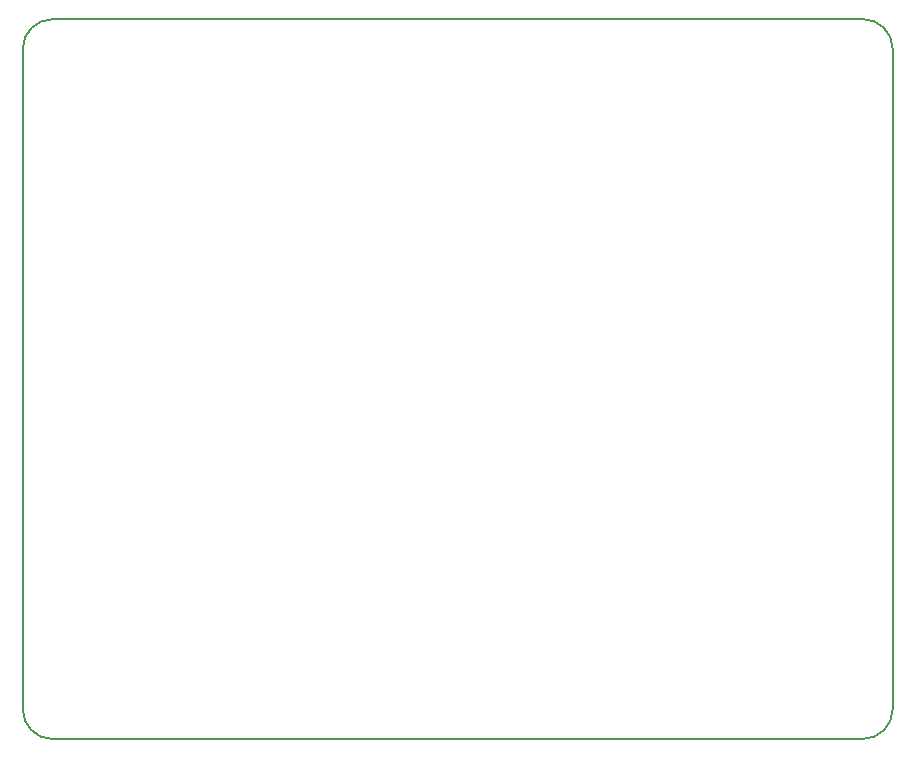
<source format=gm1>
G04 #@! TF.GenerationSoftware,KiCad,Pcbnew,5.0.2-bee76a0~70~ubuntu16.04.1*
G04 #@! TF.CreationDate,2019-04-23T21:35:28-04:00*
G04 #@! TF.ProjectId,BMS_core,424d535f-636f-4726-952e-6b696361645f,rev?*
G04 #@! TF.SameCoordinates,Original*
G04 #@! TF.FileFunction,Profile,NP*
%FSLAX46Y46*%
G04 Gerber Fmt 4.6, Leading zero omitted, Abs format (unit mm)*
G04 Created by KiCad (PCBNEW 5.0.2-bee76a0~70~ubuntu16.04.1) date Tue 23 Apr 2019 09:35:28 PM EDT*
%MOMM*%
%LPD*%
G01*
G04 APERTURE LIST*
%ADD10C,0.150000*%
G04 APERTURE END LIST*
D10*
X45720000Y-109220000D02*
G75*
G02X43180000Y-106680000I0J2540000D01*
G01*
X116840000Y-106680000D02*
G75*
G02X114300000Y-109220000I-2540000J0D01*
G01*
X114300000Y-48260000D02*
G75*
G02X116840000Y-50800000I0J-2540000D01*
G01*
X43180000Y-50800000D02*
G75*
G02X45720000Y-48260000I2540000J0D01*
G01*
X43180000Y-106680000D02*
X43180000Y-50800000D01*
X114300000Y-109220000D02*
X45720000Y-109220000D01*
X116840000Y-50800000D02*
X116840000Y-106680000D01*
X45720000Y-48260000D02*
X114300000Y-48260000D01*
M02*

</source>
